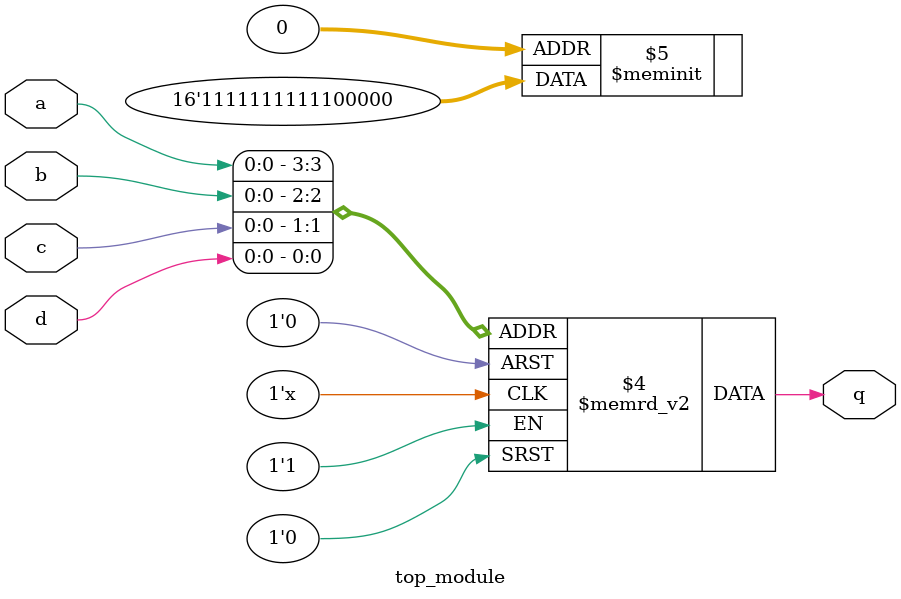
<source format=sv>
module top_module (
    input a, 
    input b, 
    input c, 
    input d,
    output reg q
);

    always @(*) begin
        case({a, b, c, d})
            4'b0000: q = 1'b0;
            4'b0001: q = 1'b0;
            4'b0010: q = 1'b0;
            4'b0011: q = 1'b0;
            4'b0100: q = 1'b0;
            4'b0101: q = 1'b1;
            4'b0110: q = 1'b1;
            4'b0111: q = 1'b1;
            4'b1000: q = 1'b1;
            4'b1001: q = 1'b1;
            4'b1010: q = 1'b1;
            4'b1011: q = 1'b1;
            4'b1100: q = 1'b1;
            4'b1101: q = 1'b1;
            4'b1110: q = 1'b1;
            4'b1111: q = 1'b1;
            default: q = 1'b0;
        endcase
    end
    
endmodule

</source>
